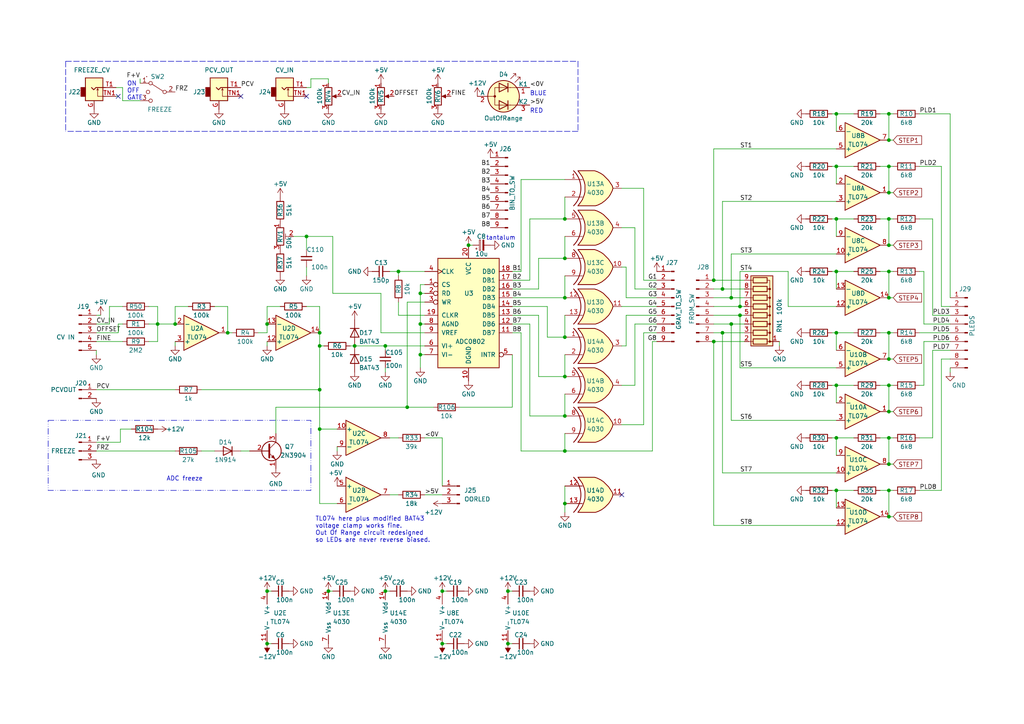
<source format=kicad_sch>
(kicad_sch (version 20230121) (generator eeschema)
  (paper "A4")
  (title_block (title "ADCequencer ADC circuit") (comment 3 "Switch & gate input to freeze ADC") (comment 4 "Uses internal clock of ADC0802 rather than external 40106 oscillator"))
  (junction (at 115.57 78.74))
  (junction (at 207.01 99.06))
  (junction (at 257.81 33.02))
  (junction (at 209.55 83.82))
  (junction (at 77.47 93.98))
  (junction (at 111.76 100.33))
  (junction (at 207.01 81.28))
  (junction (at 163.83 97.79))
  (junction (at 77.47 171.45))
  (junction (at 92.71 96.52))
  (junction (at 257.81 127))
  (junction (at 242.57 48.26))
  (junction (at 92.71 100.33))
  (junction (at 257.81 86.36))
  (junction (at 242.57 63.5))
  (junction (at 257.81 96.52))
  (junction (at 77.47 186.69))
  (junction (at 242.57 142.24))
  (junction (at 212.09 86.36))
  (junction (at 257.81 104.14))
  (junction (at 121.92 85.09))
  (junction (at 214.63 88.9))
  (junction (at 257.81 134.62))
  (junction (at 242.57 33.02))
  (junction (at 257.81 48.26))
  (junction (at 163.83 86.36))
  (junction (at 163.83 74.93))
  (junction (at 214.63 91.44))
  (junction (at 118.11 118.11))
  (junction (at 95.25 171.45))
  (junction (at 66.04 96.52))
  (junction (at 257.81 149.86))
  (junction (at 50.8 93.98))
  (junction (at 102.87 100.33))
  (junction (at 212.09 93.98))
  (junction (at 163.83 120.65))
  (junction (at 257.81 40.64))
  (junction (at 257.81 55.88))
  (junction (at 257.81 63.5))
  (junction (at 92.71 124.46))
  (junction (at 135.89 71.12))
  (junction (at 88.9 68.58))
  (junction (at 242.57 127))
  (junction (at 242.57 78.74))
  (junction (at 92.71 113.03))
  (junction (at 163.83 63.5))
  (junction (at 257.81 78.74))
  (junction (at 257.81 71.12))
  (junction (at 257.81 119.38))
  (junction (at 147.32 186.69))
  (junction (at 128.27 171.45))
  (junction (at 257.81 142.24))
  (junction (at 111.76 171.45))
  (junction (at 257.81 111.76))
  (junction (at 121.92 102.87))
  (junction (at 163.83 109.22))
  (junction (at 163.83 130.81))
  (junction (at 242.57 96.52))
  (junction (at 128.27 186.69))
  (junction (at 121.92 93.98))
  (junction (at 209.55 96.52))
  (junction (at 242.57 111.76))
  (junction (at 45.72 93.98))
  (junction (at 147.32 171.45))
  (junction (at 163.83 146.05))
  (no_connect (at 69.85 27.94))
  (no_connect (at 88.9 27.94))
  (no_connect (at 180.34 143.51))
  (no_connect (at 34.29 27.94))
  (wire (pts (xy 275.59 88.9) (xy 273.05 88.9)))
  (wire (pts (xy 273.05 142.24) (xy 266.7 142.24)))
  (wire (pts (xy 212.09 86.36) (xy 207.01 86.36)))
  (wire (pts (xy 27.94 101.6) (xy 27.94 102.87)))
  (wire (pts (xy 43.18 88.9) (xy 45.72 88.9)))
  (wire (pts (xy 184.15 83.82) (xy 190.5 83.82)))
  (wire (pts (xy 80.01 125.73) (xy 80.01 118.11)))
  (wire (pts (xy 58.42 113.03) (xy 92.71 113.03)))
  (polyline (pts (xy 19.05 17.78) (xy 19.05 38.1)) (stroke (width 0) (type dash)))
  (wire (pts (xy 92.71 88.9) (xy 92.71 96.52)))
  (wire (pts (xy 257.81 78.74) (xy 259.08 78.74)))
  (wire (pts (xy 111.76 100.33) (xy 123.19 100.33)))
  (wire (pts (xy 214.63 106.68) (xy 242.57 106.68)))
  (wire (pts (xy 247.65 127) (xy 242.57 127)))
  (wire (pts (xy 33.655 25.4) (xy 35.56 25.4)))
  (wire (pts (xy 50.8 99.06) (xy 50.8 100.33)))
  (wire (pts (xy 156.21 91.44) (xy 156.21 109.22)))
  (wire (pts (xy 266.7 48.26) (xy 273.05 48.26)))
  (wire (pts (xy 158.75 97.79) (xy 163.83 97.79)))
  (wire (pts (xy 148.59 102.87) (xy 148.59 118.11)))
  (wire (pts (xy 101.6 100.33) (xy 102.87 100.33)))
  (wire (pts (xy 242.57 63.5) (xy 242.57 68.58)))
  (wire (pts (xy 255.27 48.26) (xy 257.81 48.26)))
  (wire (pts (xy 148.59 86.36) (xy 163.83 86.36)))
  (wire (pts (xy 151.13 78.74) (xy 151.13 52.07)))
  (wire (pts (xy 123.19 91.44) (xy 115.57 91.44)))
  (wire (pts (xy 267.97 99.06) (xy 267.97 111.76)))
  (wire (pts (xy 241.3 127) (xy 242.57 127)))
  (wire (pts (xy 163.83 91.44) (xy 163.83 97.79)))
  (wire (pts (xy 242.57 33.02) (xy 242.57 38.1)))
  (wire (pts (xy 275.59 91.44) (xy 270.51 91.44)))
  (wire (pts (xy 215.9 88.9) (xy 214.63 88.9)))
  (wire (pts (xy 148.59 88.9) (xy 158.75 88.9)))
  (wire (pts (xy 214.63 91.44) (xy 207.01 91.44)))
  (wire (pts (xy 257.81 63.5) (xy 259.08 63.5)))
  (wire (pts (xy 215.9 86.36) (xy 212.09 86.36)))
  (wire (pts (xy 247.65 96.52) (xy 242.57 96.52)))
  (wire (pts (xy 186.69 81.28) (xy 190.5 81.28)))
  (wire (pts (xy 247.65 111.76) (xy 242.57 111.76)))
  (wire (pts (xy 257.81 134.62) (xy 259.08 134.62)))
  (wire (pts (xy 181.61 100.33) (xy 181.61 91.44)))
  (wire (pts (xy 257.81 55.88) (xy 259.08 55.88)))
  (wire (pts (xy 111.76 100.33) (xy 111.76 101.6)))
  (wire (pts (xy 34.29 27.94) (xy 33.655 27.94)))
  (wire (pts (xy 43.18 93.98) (xy 45.72 93.98)))
  (wire (pts (xy 148.59 91.44) (xy 156.21 91.44)))
  (wire (pts (xy 270.51 101.6) (xy 270.51 127)))
  (wire (pts (xy 27.94 128.27) (xy 34.925 128.27)))
  (wire (pts (xy 153.67 81.28) (xy 153.67 63.5)))
  (wire (pts (xy 121.92 82.55) (xy 121.92 85.09)))
  (wire (pts (xy 207.01 99.06) (xy 207.01 152.4)))
  (wire (pts (xy 92.71 100.33) (xy 93.98 100.33)))
  (wire (pts (xy 247.65 142.24) (xy 242.57 142.24)))
  (wire (pts (xy 27.94 96.52) (xy 34.29 96.52)))
  (wire (pts (xy 184.15 66.04) (xy 184.15 83.82)))
  (wire (pts (xy 151.13 130.81) (xy 163.83 130.81)))
  (wire (pts (xy 88.9 68.58) (xy 88.9 72.39)))
  (wire (pts (xy 110.49 96.52) (xy 123.19 96.52)))
  (wire (pts (xy 209.55 96.52) (xy 207.01 96.52)))
  (wire (pts (xy 270.51 91.44) (xy 270.51 63.5)))
  (wire (pts (xy 242.57 127) (xy 242.57 132.08)))
  (wire (pts (xy 228.6 78.74) (xy 228.6 88.9)))
  (wire (pts (xy 257.81 96.52) (xy 257.81 104.14)))
  (wire (pts (xy 181.61 77.47) (xy 181.61 86.36)))
  (wire (pts (xy 92.71 124.46) (xy 92.71 146.05)))
  (wire (pts (xy 257.81 127) (xy 259.08 127)))
  (wire (pts (xy 242.57 111.76) (xy 242.57 116.84)))
  (wire (pts (xy 128.27 186.69) (xy 129.54 186.69)))
  (wire (pts (xy 121.92 102.87) (xy 121.92 106.68)))
  (wire (pts (xy 214.63 88.9) (xy 207.01 88.9)))
  (wire (pts (xy 257.81 149.86) (xy 259.08 149.86)))
  (wire (pts (xy 186.69 96.52) (xy 190.5 96.52)))
  (wire (pts (xy 34.925 124.46) (xy 34.925 128.27)))
  (wire (pts (xy 92.71 124.46) (xy 97.79 124.46)))
  (wire (pts (xy 212.09 121.92) (xy 242.57 121.92)))
  (wire (pts (xy 88.9 77.47) (xy 88.9 80.01)))
  (wire (pts (xy 38.1 124.46) (xy 34.925 124.46)))
  (wire (pts (xy 247.65 48.26) (xy 242.57 48.26)))
  (wire (pts (xy 212.09 86.36) (xy 212.09 73.66)))
  (wire (pts (xy 45.72 93.98) (xy 45.72 99.06)))
  (wire (pts (xy 69.85 130.81) (xy 72.39 130.81)))
  (wire (pts (xy 96.52 68.58) (xy 96.52 85.09)))
  (wire (pts (xy 267.97 93.98) (xy 267.97 78.74)))
  (wire (pts (xy 148.59 83.82) (xy 156.21 83.82)))
  (wire (pts (xy 242.57 48.26) (xy 242.57 53.34)))
  (wire (pts (xy 275.59 33.02) (xy 266.7 33.02)))
  (wire (pts (xy 92.71 113.03) (xy 92.71 124.46)))
  (wire (pts (xy 153.67 63.5) (xy 163.83 63.5)))
  (wire (pts (xy 80.01 118.11) (xy 118.11 118.11)))
  (wire (pts (xy 153.67 120.65) (xy 163.83 120.65)))
  (wire (pts (xy 180.34 111.76) (xy 184.15 111.76)))
  (wire (pts (xy 121.92 93.98) (xy 121.92 102.87)))
  (wire (pts (xy 180.34 100.33) (xy 181.61 100.33)))
  (wire (pts (xy 163.83 57.15) (xy 163.83 63.5)))
  (wire (pts (xy 40.64 22.86) (xy 40.64 24.13)))
  (wire (pts (xy 215.9 91.44) (xy 214.63 91.44)))
  (wire (pts (xy 74.93 96.52) (xy 77.47 96.52)))
  (wire (pts (xy 241.3 63.5) (xy 242.57 63.5)))
  (wire (pts (xy 163.83 80.01) (xy 163.83 86.36)))
  (wire (pts (xy 123.19 82.55) (xy 121.92 82.55)))
  (wire (pts (xy 92.71 100.33) (xy 92.71 113.03)))
  (wire (pts (xy 113.03 127) (xy 115.57 127)))
  (wire (pts (xy 215.9 93.98) (xy 212.09 93.98)))
  (wire (pts (xy 241.3 78.74) (xy 242.57 78.74)))
  (polyline (pts (xy 167.64 17.78) (xy 167.64 38.1)) (stroke (width 0) (type dash)))
  (wire (pts (xy 113.03 78.74) (xy 115.57 78.74)))
  (wire (pts (xy 128.27 127) (xy 128.27 140.97)))
  (wire (pts (xy 257.81 33.02) (xy 257.81 40.64)))
  (wire (pts (xy 255.27 78.74) (xy 257.81 78.74)))
  (wire (pts (xy 121.92 85.09) (xy 121.92 93.98)))
  (wire (pts (xy 62.23 88.9) (xy 66.04 88.9)))
  (wire (pts (xy 257.81 48.26) (xy 257.81 55.88)))
  (wire (pts (xy 95.25 22.86) (xy 95.25 24.13)))
  (wire (pts (xy 273.05 88.9) (xy 273.05 48.26)))
  (wire (pts (xy 275.59 101.6) (xy 270.51 101.6)))
  (wire (pts (xy 118.11 87.63) (xy 118.11 118.11)))
  (wire (pts (xy 186.69 54.61) (xy 186.69 81.28)))
  (wire (pts (xy 209.55 58.42) (xy 242.57 58.42)))
  (wire (pts (xy 255.27 33.02) (xy 257.81 33.02)))
  (wire (pts (xy 214.63 88.9) (xy 214.63 78.74)))
  (wire (pts (xy 257.81 96.52) (xy 259.08 96.52)))
  (wire (pts (xy 209.55 83.82) (xy 209.55 58.42)))
  (wire (pts (xy 257.81 142.24) (xy 259.08 142.24)))
  (wire (pts (xy 27.94 93.98) (xy 31.75 93.98)))
  (wire (pts (xy 212.09 93.98) (xy 207.01 93.98)))
  (wire (pts (xy 257.81 40.64) (xy 259.08 40.64)))
  (wire (pts (xy 275.59 107.95) (xy 275.59 106.68)))
  (wire (pts (xy 257.81 33.02) (xy 259.08 33.02)))
  (wire (pts (xy 247.65 78.74) (xy 242.57 78.74)))
  (wire (pts (xy 257.81 71.12) (xy 259.08 71.12)))
  (wire (pts (xy 163.83 146.05) (xy 163.83 148.59)))
  (wire (pts (xy 184.15 111.76) (xy 184.15 93.98)))
  (wire (pts (xy 113.03 143.51) (xy 115.57 143.51)))
  (wire (pts (xy 27.94 130.81) (xy 50.8 130.81)))
  (wire (pts (xy 241.3 48.26) (xy 242.57 48.26)))
  (wire (pts (xy 35.56 25.4) (xy 35.56 29.21)))
  (wire (pts (xy 27.94 99.06) (xy 35.56 99.06)))
  (wire (pts (xy 31.75 93.98) (xy 31.75 88.9)))
  (wire (pts (xy 125.73 118.11) (xy 118.11 118.11)))
  (wire (pts (xy 29.21 91.44) (xy 27.94 91.44)))
  (wire (pts (xy 50.8 88.9) (xy 50.8 93.98)))
  (wire (pts (xy 209.55 137.16) (xy 242.57 137.16)))
  (wire (pts (xy 255.27 111.76) (xy 257.81 111.76)))
  (wire (pts (xy 255.27 142.24) (xy 257.81 142.24)))
  (wire (pts (xy 257.81 48.26) (xy 259.08 48.26)))
  (wire (pts (xy 255.27 96.52) (xy 257.81 96.52)))
  (wire (pts (xy 209.55 96.52) (xy 209.55 137.16)))
  (wire (pts (xy 77.47 99.06) (xy 77.47 100.33)))
  (wire (pts (xy 123.19 127) (xy 128.27 127)))
  (wire (pts (xy 148.59 81.28) (xy 153.67 81.28)))
  (wire (pts (xy 184.15 93.98) (xy 190.5 93.98)))
  (wire (pts (xy 151.13 96.52) (xy 151.13 130.81)))
  (wire (pts (xy 241.3 142.24) (xy 242.57 142.24)))
  (wire (pts (xy 257.81 119.38) (xy 259.08 119.38)))
  (wire (pts (xy 156.21 109.22) (xy 163.83 109.22)))
  (wire (pts (xy 228.6 88.9) (xy 242.57 88.9)))
  (wire (pts (xy 247.65 33.02) (xy 242.57 33.02)))
  (wire (pts (xy 180.34 123.19) (xy 186.69 123.19)))
  (wire (pts (xy 163.83 130.81) (xy 163.83 125.73)))
  (wire (pts (xy 88.9 68.58) (xy 96.52 68.58)))
  (wire (pts (xy 241.3 96.52) (xy 242.57 96.52)))
  (wire (pts (xy 181.61 91.44) (xy 190.5 91.44)))
  (wire (pts (xy 242.57 142.24) (xy 242.57 147.32)))
  (wire (pts (xy 45.72 99.06) (xy 43.18 99.06)))
  (wire (pts (xy 90.17 25.4) (xy 90.17 22.86)))
  (wire (pts (xy 207.01 43.18) (xy 242.57 43.18)))
  (wire (pts (xy 215.9 81.28) (xy 207.01 81.28)))
  (wire (pts (xy 111.76 107.95) (xy 111.76 106.68)))
  (polyline (pts (xy 167.64 38.1) (xy 19.05 38.1)) (stroke (width 0) (type dash)))
  (wire (pts (xy 180.34 54.61) (xy 186.69 54.61)))
  (wire (pts (xy 181.61 86.36) (xy 190.5 86.36)))
  (wire (pts (xy 212.09 73.66) (xy 242.57 73.66)))
  (wire (pts (xy 267.97 78.74) (xy 266.7 78.74)))
  (wire (pts (xy 66.04 96.52) (xy 67.31 96.52)))
  (wire (pts (xy 102.87 100.33) (xy 111.76 100.33)))
  (wire (pts (xy 163.83 114.3) (xy 163.83 120.65)))
  (wire (pts (xy 241.3 33.02) (xy 242.57 33.02)))
  (wire (pts (xy 156.21 74.93) (xy 163.83 74.93)))
  (wire (pts (xy 123.19 102.87) (xy 121.92 102.87)))
  (wire (pts (xy 92.71 146.05) (xy 97.79 146.05)))
  (wire (pts (xy 66.04 88.9) (xy 66.04 96.52)))
  (wire (pts (xy 189.23 130.81) (xy 189.23 99.06)))
  (wire (pts (xy 180.34 88.9) (xy 190.5 88.9)))
  (wire (pts (xy 115.57 80.01) (xy 115.57 78.74)))
  (wire (pts (xy 35.56 29.21) (xy 40.64 29.21)))
  (wire (pts (xy 118.11 87.63) (xy 123.19 87.63)))
  (wire (pts (xy 242.57 78.74) (xy 242.57 83.82)))
  (wire (pts (xy 151.13 52.07) (xy 163.83 52.07)))
  (wire (pts (xy 77.47 171.45) (xy 78.74 171.45)))
  (wire (pts (xy 115.57 91.44) (xy 115.57 87.63)))
  (wire (pts (xy 110.49 85.09) (xy 110.49 96.52)))
  (wire (pts (xy 275.59 104.14) (xy 273.05 104.14)))
  (wire (pts (xy 153.67 93.98) (xy 153.67 120.65)))
  (wire (pts (xy 257.81 63.5) (xy 257.81 71.12)))
  (wire (pts (xy 77.47 88.9) (xy 77.47 93.98)))
  (wire (pts (xy 257.81 86.36) (xy 259.08 86.36)))
  (wire (pts (xy 241.3 111.76) (xy 242.57 111.76)))
  (wire (pts (xy 54.61 88.9) (xy 50.8 88.9)))
  (wire (pts (xy 31.75 88.9) (xy 35.56 88.9)))
  (wire (pts (xy 189.23 99.06) (xy 190.5 99.06)))
  (wire (pts (xy 45.72 88.9) (xy 45.72 93.98)))
  (wire (pts (xy 275.59 93.98) (xy 267.97 93.98)))
  (wire (pts (xy 147.32 186.69) (xy 148.59 186.69)))
  (wire (pts (xy 215.9 96.52) (xy 209.55 96.52)))
  (wire (pts (xy 163.83 68.58) (xy 163.83 74.93)))
  (wire (pts (xy 186.69 123.19) (xy 186.69 96.52)))
  (wire (pts (xy 226.06 99.06) (xy 226.06 100.33)))
  (wire (pts (xy 81.28 88.9) (xy 77.47 88.9)))
  (wire (pts (xy 214.63 78.74) (xy 228.6 78.74)))
  (wire (pts (xy 207.01 152.4) (xy 242.57 152.4)))
  (wire (pts (xy 163.83 102.87) (xy 163.83 109.22)))
  (wire (pts (xy 257.81 127) (xy 257.81 134.62)))
  (wire (pts (xy 123.19 93.98) (xy 121.92 93.98)))
  (wire (pts (xy 115.57 78.74) (xy 123.19 78.74)))
  (wire (pts (xy 215.9 99.06) (xy 207.01 99.06)))
  (wire (pts (xy 34.29 93.98) (xy 35.56 93.98)))
  (wire (pts (xy 257.81 111.76) (xy 259.08 111.76)))
  (wire (pts (xy 135.89 71.12) (xy 137.16 71.12)))
  (wire (pts (xy 163.83 130.81) (xy 189.23 130.81)))
  (wire (pts (xy 255.27 63.5) (xy 257.81 63.5)))
  (wire (pts (xy 88.9 88.9) (xy 92.71 88.9)))
  (wire (pts (xy 95.25 171.45) (xy 96.52 171.45)))
  (wire (pts (xy 111.76 171.45) (xy 113.03 171.45)))
  (wire (pts (xy 270.51 127) (xy 266.7 127)))
  (wire (pts (xy 257.81 142.24) (xy 257.81 149.86)))
  (wire (pts (xy 158.75 88.9) (xy 158.75 97.79)))
  (wire (pts (xy 267.97 111.76) (xy 266.7 111.76)))
  (wire (pts (xy 214.63 91.44) (xy 214.63 106.68)))
  (wire (pts (xy 151.13 78.74) (xy 148.59 78.74)))
  (wire (pts (xy 148.59 118.11) (xy 133.35 118.11)))
  (wire (pts (xy 123.19 85.09) (xy 121.92 85.09)))
  (wire (pts (xy 27.94 113.03) (xy 50.8 113.03)))
  (wire (pts (xy 96.52 85.09) (xy 110.49 85.09)))
  (wire (pts (xy 247.65 63.5) (xy 242.57 63.5)))
  (wire (pts (xy 273.05 104.14) (xy 273.05 142.24)))
  (polyline (pts (xy 19.05 17.78) (xy 167.64 17.78)) (stroke (width 0) (type dash)))
  (wire (pts (xy 90.17 22.86) (xy 95.25 22.86)))
  (wire (pts (xy 92.71 100.33) (xy 92.71 96.52)))
  (wire (pts (xy 257.81 104.14) (xy 259.08 104.14)))
  (wire (pts (xy 209.55 83.82) (xy 207.01 83.82)))
  (wire (pts (xy 45.72 93.98) (xy 50.8 93.98)))
  (wire (pts (xy 148.59 93.98) (xy 153.67 93.98)))
  (wire (pts (xy 257.81 78.74) (xy 257.81 86.36)))
  (wire (pts (xy 275.59 99.06) (xy 267.97 99.06)))
  (wire (pts (xy 257.81 111.76) (xy 257.81 119.38)))
  (wire (pts (xy 123.19 143.51) (xy 128.27 143.51)))
  (wire (pts (xy 58.42 130.81) (xy 62.23 130.81)))
  (wire (pts (xy 163.83 140.97) (xy 163.83 146.05)))
  (wire (pts (xy 255.27 127) (xy 257.81 127)))
  (wire (pts (xy 148.59 96.52) (xy 151.13 96.52)))
  (wire (pts (xy 85.09 68.58) (xy 88.9 68.58)))
  (wire (pts (xy 207.01 81.28) (xy 207.01 43.18)))
  (wire (pts (xy 180.34 66.04) (xy 184.15 66.04)))
  (wire (pts (xy 266.7 96.52) (xy 275.59 96.52)))
  (wire (pts (xy 270.51 63.5) (xy 266.7 63.5)))
  (wire (pts (xy 180.34 77.47) (xy 181.61 77.47)))
  (wire (pts (xy 242.57 96.52) (xy 242.57 101.6)))
  (wire (pts (xy 147.32 171.45) (xy 148.59 171.45)))
  (wire (pts (xy 34.29 96.52) (xy 34.29 93.98)))
  (wire (pts (xy 275.59 86.36) (xy 275.59 33.02)))
  (wire (pts (xy 77.47 96.52) (xy 77.47 93.98)))
  (wire (pts (xy 212.09 93.98) (xy 212.09 121.92)))
  (wire (pts (xy 215.9 83.82) (xy 209.55 83.82)))
  (wire (pts (xy 97.79 130.81) (xy 97.79 129.54)))
  (wire (pts (xy 128.27 171.45) (xy 129.54 171.45)))
  (wire (pts (xy 156.21 83.82) (xy 156.21 74.93)))
  (wire (pts (xy 77.47 186.69) (xy 78.74 186.69)))
  (wire (pts (xy 88.9 25.4) (xy 90.17 25.4)))
  (rectangle (start 13.97 121.92) (end 90.17 142.24) (stroke (width 0) (type dash_dot_dot)))
  (text "RED" (at 153.67 33.02 0) (effects (font (size 1.27 1.27)) (justify left bottom)))
  (text "ADC freeze" (at 48.26 139.7 0) (effects (font (size 1.27 1.27)) (justify left bottom)))
  (text "TL074 here plus modified BAT43\nvoltage clamp works fine.\nOut Of Range circuit redesigned\nso LEDs are never reverse biased." (at 91.44 157.48 0) (effects (font (size 1.27 1.27)) (justify left bottom)))
  (text "ON\nOFF\nGATE" (at 36.83 29.21 0) (effects (font (size 1.27 1.27)) (justify left bottom)))
  (text "tantalum" (at 140.97 69.85 0) (effects (font (size 1.27 1.27)) (justify left bottom)))
  (text "BLUE" (at 153.67 27.94 0) (effects (font (size 1.27 1.27)) (justify left bottom)))
  (label "B8" (at 148.59 96.52 0))
  (label "PLD1" (at 266.7 33.02 0))
  (label "CV_IN" (at 99.06 27.94 0))
  (label "PCV" (at 27.94 113.03 0))
  (label "B2" (at 142.24 50.8 180))
  (label "<0V" (at 123.19 127 0))
  (label "B7" (at 148.59 93.98 0))
  (label "B1" (at 148.59 78.74 0))
  (label "PLD2" (at 266.7 48.26 0))
  (label ">5V" (at 153.67 30.48 0))
  (label "B4" (at 148.59 86.36 0))
  (label "ST6" (at 214.63 121.92 0))
  (label "B8" (at 142.24 66.04 180))
  (label "B4" (at 142.24 55.88 180))
  (label "PCV" (at 69.85 25.4 0))
  (label "FRZ" (at 27.94 130.81 0))
  (label "B6" (at 142.24 60.96 180))
  (label "FINE" (at 27.94 99.06 0))
  (label "ST8" (at 214.63 152.4 0))
  (label "PLD5" (at 270.51 96.52 0))
  (label "PLD3" (at 270.51 91.44 0))
  (label "PLD7" (at 270.51 101.6 0))
  (label "ST2" (at 214.63 58.42 0))
  (label "F+V" (at 40.64 22.86 180))
  (label "<0V" (at 153.67 25.4 0))
  (label "G5" (at 187.96 91.44 0))
  (label "G7" (at 187.96 96.52 0))
  (label "B6" (at 148.59 91.44 0))
  (label "F+V" (at 27.94 128.27 0))
  (label "PLD4" (at 270.51 93.98 0))
  (label "OFFSET" (at 114.3 27.94 0))
  (label "ST1" (at 214.63 43.18 0))
  (label "PLD8" (at 266.7 142.24 0))
  (label "B7" (at 142.24 63.5 180))
  (label "B5" (at 142.24 58.42 180))
  (label "FINE" (at 130.81 27.94 0))
  (label "B1" (at 142.24 48.26 180))
  (label "G2" (at 187.96 83.82 0))
  (label "FRZ" (at 50.8 26.67 0))
  (label "ST4" (at 214.63 78.74 0))
  (label "CV_IN" (at 27.94 93.98 0))
  (label "ST7" (at 214.63 137.16 0))
  (label "G8" (at 190.5 99.06 180))
  (label "B3" (at 148.59 83.82 0))
  (label "G6" (at 187.96 93.98 0))
  (label "G3" (at 187.96 86.36 0))
  (label "G4" (at 187.96 88.9 0))
  (label ">5V" (at 123.19 143.51 0))
  (label "B3" (at 142.24 53.34 180))
  (label "B5" (at 148.59 88.9 0))
  (label "ST5" (at 214.63 106.68 0))
  (label "ST3" (at 214.63 73.66 0))
  (label "B2" (at 148.59 81.28 0))
  (label "G1" (at 187.96 81.28 0))
  (label "OFFSET" (at 27.94 96.52 0))
  (label "PLD6" (at 270.51 99.06 0))
  (global_label "STEP6" (shape input) (at 259.08 119.38 0) (property "Intersheetrefs" "${INTERSHEET_REFS}" (effects hide)))
  (global_label "STEP8" (shape input) (at 259.08 149.86 0) (property "Intersheetrefs" "${INTERSHEET_REFS}" (effects hide)))
  (global_label "STEP3" (shape input) (at 259.08 71.12 0) (property "Intersheetrefs" "${INTERSHEET_REFS}" (effects hide)))
  (global_label "STEP2" (shape input) (at 259.08 55.88 0) (property "Intersheetrefs" "${INTERSHEET_REFS}" (effects hide)))
  (global_label "STEP4" (shape input) (at 259.08 86.36 0) (property "Intersheetrefs" "${INTERSHEET_REFS}" (effects hide)))
  (global_label "STEP1" (shape input) (at 259.08 40.64 0) (property "Intersheetrefs" "${INTERSHEET_REFS}" (effects hide)))
  (global_label "STEP5" (shape input) (at 259.08 104.14 0) (property "Intersheetrefs" "${INTERSHEET_REFS}" (effects hide)))
  (global_label "STEP7" (shape input) (at 259.08 134.62 0) (property "Intersheetrefs" "${INTERSHEET_REFS}" (effects hide)))
  (symbol (lib_id "Amplifier_Operational:TL074") (at 58.42 96.52 0) (mirror x) (unit 1)
    (property "Reference" "U2" (at 57.15 95.25 0))
    (property "Value" "TL074" (at 57.15 97.79 0))
    (property "Footprint" "Package_DIP:DIP-14_W7.62mm_Socket" (effects hide))
    (property "Datasheet" "http://www.ti.com/lit/ds/symlink/tl071.pdf" (effects hide))
  )
  (symbol (lib_id "Device:C_Small") (at 151.13 171.45 90) (unit 1)
    (property "Reference" "C23" (at 151.13 168.91 90))
    (property "Value" "100n" (at 152.4 173.99 90))
    (property "Footprint" "CGE_footprints:C_Disc_D4.3mm_W1.9mm_P5.00mm" (effects hide))
  )
  (symbol (lib_name "4030_4") (lib_id "4xxx_IEEE:4030") (at 172.72 100.33 0) (unit 1)
    (property "Reference" "U14" (at 172.72 99.06 0))
    (property "Value" "4030" (at 172.72 101.6 0))
    (property "Footprint" "Package_DIP:DIP-14_W7.62mm_Socket" (effects hide))
  )
  (symbol (lib_id "power:GND") (at 77.47 100.33 0) (unit 1)
    (property "Reference" "#PWR025" (effects hide))
    (property "Value" "GND" (at 77.47 104.14 0))
  )
  (symbol (lib_id "power:GND") (at 63.5 31.75 0) (unit 1)
    (property "Reference" "#PWR0128" (effects hide))
    (property "Value" "GND" (at 63.5 35.56 0))
  )
  (symbol (lib_id "Amplifier_Operational:TL074") (at 250.19 149.86 0) (mirror x) (unit 4)
    (property "Reference" "U10" (at 248.92 148.59 0))
    (property "Value" "TL074" (at 248.92 151.13 0))
    (property "Footprint" "Package_DIP:DIP-14_W7.62mm_Socket" (effects hide))
    (property "Datasheet" "http://www.ti.com/lit/ds/symlink/tl071.pdf" (effects hide))
  )
  (symbol (lib_id "Amplifier_Operational:TL074") (at 250.19 40.64 0) (mirror x) (unit 2)
    (property "Reference" "U8" (at 248.92 39.37 0))
    (property "Value" "TL074" (at 248.92 41.91 0))
    (property "Footprint" "Package_DIP:DIP-14_W7.62mm_Socket" (effects hide))
    (property "Datasheet" "http://www.ti.com/lit/ds/symlink/tl071.pdf" (effects hide))
  )
  (symbol (lib_id "power:GND") (at 233.68 33.02 270) (unit 1)
    (property "Reference" "#PWR014" (effects hide))
    (property "Value" "GND" (at 231.14 35.56 90))
  )
  (symbol (lib_id "Device:R") (at 119.38 127 90) (unit 1)
    (property "Reference" "R33" (at 119.38 127 90))
    (property "Value" "39k" (at 119.38 129.54 90))
    (property "Footprint" "CGE_footprints:R_Axial_DIN0204_L3.6mm_D1.6mm_P7.62mm_Horizontal" (effects hide))
  )
  (symbol (lib_id "Connector:Conn_01x02_Pin") (at 22.86 113.03 0) (unit 1)
    (property "Reference" "J20" (at 23.495 111.125 0))
    (property "Value" "PCVOUT" (at 18.415 113.03 0))
    (property "Footprint" "Connector_PinHeader_2.54mm:PinHeader_1x02_P2.54mm_Vertical" (effects hide))
  )
  (symbol (lib_id "Device:C_Small") (at 81.28 171.45 90) (unit 1)
    (property "Reference" "C5" (at 81.28 168.91 90))
    (property "Value" "100n" (at 82.55 173.99 90))
    (property "Footprint" "CGE_footprints:C_Disc_D4.3mm_W1.9mm_P5.00mm" (effects hide))
  )
  (symbol (lib_id "Amplifier_Operational:TL074") (at 105.41 127 0) (unit 3)
    (property "Reference" "U2" (at 104.14 125.73 0))
    (property "Value" "TL074" (at 104.14 128.27 0))
    (property "Footprint" "Package_DIP:DIP-14_W7.62mm_Socket" (effects hide))
    (property "Datasheet" "http://www.ti.com/lit/ds/symlink/tl071.pdf" (effects hide))
  )
  (symbol (lib_id "Device:R") (at 262.89 63.5 90) (unit 1)
    (property "Reference" "R12" (at 262.89 63.5 90))
    (property "Value" "6k8" (at 262.89 66.04 90))
    (property "Footprint" "CGE_footprints:R_Axial_DIN0204_L3.6mm_D1.6mm_P7.62mm_Horizontal" (effects hide))
  )
  (symbol (lib_id "Amplifier_Operational:TL074") (at 130.81 179.07 0) (unit 5)
    (property "Reference" "U8" (at 133.35 177.8 0) (effects (justify right)))
    (property "Value" "TL074" (at 134.62 180.34 0) (effects (justify right)))
    (property "Footprint" "Package_DIP:DIP-14_W7.62mm_Socket" (effects hide))
    (property "Datasheet" "http://www.ti.com/lit/ds/symlink/tl071.pdf" (effects hide))
  )
  (symbol (lib_id "Amplifier_Operational:TL074") (at 80.01 179.07 0) (unit 5)
    (property "Reference" "U2" (at 81.28 177.8 0))
    (property "Value" "TL074" (at 81.28 180.34 0))
    (property "Footprint" "Package_DIP:DIP-14_W7.62mm_Socket" (effects hide))
    (property "Datasheet" "http://www.ti.com/lit/ds/symlink/tl071.pdf" (effects hide))
  )
  (symbol (lib_id "power:GND") (at 107.95 78.74 270) (unit 1)
    (property "Reference" "#PWR042" (effects hide))
    (property "Value" "GND" (at 102.87 78.74 90))
  )
  (symbol (lib_id "Device:R") (at 262.89 111.76 90) (unit 1)
    (property "Reference" "R15" (at 262.89 111.76 90))
    (property "Value" "6k8" (at 262.89 114.3 90))
    (property "Footprint" "CGE_footprints:R_Axial_DIN0204_L3.6mm_D1.6mm_P7.62mm_Horizontal" (effects hide))
  )
  (symbol (lib_name "4030_7") (lib_id "4xxx_IEEE:4030") (at 172.72 54.61 0) (unit 1)
    (property "Reference" "U13" (at 172.72 53.34 0))
    (property "Value" "4030" (at 172.72 55.88 0))
    (property "Footprint" "Package_DIP:DIP-14_W7.62mm_Socket" (effects hide))
  )
  (symbol (lib_id "Device:R") (at 262.89 48.26 90) (unit 1)
    (property "Reference" "R11" (at 262.89 48.26 90))
    (property "Value" "6k8" (at 262.89 50.8 90))
    (property "Footprint" "CGE_footprints:R_Axial_DIN0204_L3.6mm_D1.6mm_P7.62mm_Horizontal" (effects hide))
  )
  (symbol (lib_id "Device:R") (at 97.79 100.33 90) (unit 1)
    (property "Reference" "R6" (at 97.79 100.33 90))
    (property "Value" "10k" (at 97.79 102.87 90))
    (property "Footprint" "CGE_footprints:R_Axial_DIN0204_L3.6mm_D1.6mm_P7.62mm_Horizontal" (effects hide))
  )
  (symbol (lib_id "power:GND") (at 118.11 171.45 90) (unit 1)
    (property "Reference" "#PWR081" (effects hide))
    (property "Value" "GND" (at 123.19 171.45 90))
  )
  (symbol (lib_id "Device:R") (at 237.49 33.02 90) (unit 1)
    (property "Reference" "R18" (at 237.49 33.02 90))
    (property "Value" "10k" (at 237.49 35.56 90))
    (property "Footprint" "CGE_footprints:R_Axial_DIN0204_L3.6mm_D1.6mm_P7.62mm_Horizontal" (effects hide))
  )
  (symbol (lib_id "power:+12V") (at 45.72 124.46 270) (unit 1)
    (property "Reference" "#PWR0124" (effects hide))
    (property "Value" "+12V" (at 50.8 124.46 90))
  )
  (symbol (lib_id "Connector:Conn_01x05_Pin") (at 22.86 96.52 0) (unit 1)
    (property "Reference" "J19" (at 24.13 88.9 0))
    (property "Value" "CV IN" (at 19.05 97.79 0))
    (property "Footprint" "Connector_PinHeader_2.54mm:PinHeader_1x05_P2.54mm_Vertical" (effects hide))
  )
  (symbol (lib_id "Amplifier_Operational:TL074") (at 250.19 134.62 0) (mirror x) (unit 3)
    (property "Reference" "U10" (at 248.92 133.35 0))
    (property "Value" "TL074" (at 248.92 135.89 0))
    (property "Footprint" "Package_DIP:DIP-14_W7.62mm_Socket" (effects hide))
    (property "Datasheet" "http://www.ti.com/lit/ds/symlink/tl071.pdf" (effects hide))
  )
  (symbol (lib_id "Device:C_Small") (at 115.57 171.45 90) (unit 1)
    (property "Reference" "C26" (at 115.57 168.91 90))
    (property "Value" "100n" (at 118.11 173.99 90))
    (property "Footprint" "CGE_footprints:C_Disc_D4.3mm_W1.9mm_P5.00mm" (effects hide))
  )
  (symbol (lib_id "power:GND") (at 233.68 127 270) (unit 1)
    (property "Reference" "#PWR040" (effects hide))
    (property "Value" "GND" (at 231.14 129.54 90))
  )
  (symbol (lib_id "Amplifier_Operational:TL074") (at 85.09 96.52 0) (mirror x) (unit 4)
    (property "Reference" "U2" (at 83.82 95.25 0))
    (property "Value" "TL074" (at 83.82 97.79 0))
    (property "Footprint" "Package_DIP:DIP-14_W7.62mm_Socket" (effects hide))
    (property "Datasheet" "http://www.ti.com/lit/ds/symlink/tl071.pdf" (effects hide))
  )
  (symbol (lib_id "power:GND") (at 153.67 186.69 90) (unit 1)
    (property "Reference" "#PWR077" (effects hide))
    (property "Value" "GND" (at 158.75 186.69 90))
  )
  (symbol (lib_id "Device:R") (at 251.46 127 90) (unit 1)
    (property "Reference" "R31" (at 251.46 127 90))
    (property "Value" "20k" (at 251.46 129.54 90))
    (property "Footprint" "CGE_footprints:R_Axial_DIN0204_L3.6mm_D1.6mm_P7.62mm_Horizontal" (effects hide))
  )
  (symbol (lib_id "power:+12V") (at 138.43 27.94 0) (unit 1)
    (property "Reference" "#PWR079" (effects hide))
    (property "Value" "+12V" (at 138.43 24.13 0))
  )
  (symbol (lib_name "4030_2") (lib_id "4xxx_IEEE:4030") (at 172.72 77.47 0) (unit 3)
    (property "Reference" "U13" (at 172.72 76.2 0))
    (property "Value" "4030" (at 172.72 78.74 0))
    (property "Footprint" "Package_DIP:DIP-14_W7.62mm_Socket" (effects hide))
  )
  (symbol (lib_id "Device:R_Potentiometer") (at 110.49 27.94 0) (unit 1)
    (property "Reference" "RV5" (at 110.49 27.94 90))
    (property "Value" "100k" (at 107.95 25.4 90) (effects (justify right)))
  )
  (symbol (lib_id "power:+5V") (at 127 24.13 0) (unit 1)
    (property "Reference" "#PWR0132" (effects hide))
    (property "Value" "+5V" (at 127 20.32 0))
  )
  (symbol (lib_id "Device:R") (at 251.46 142.24 90) (unit 1)
    (property "Reference" "R35" (at 251.46 142.24 90))
    (property "Value" "20k" (at 251.46 144.78 90))
    (property "Footprint" "CGE_footprints:R_Axial_DIN0204_L3.6mm_D1.6mm_P7.62mm_Horizontal" (effects hide))
  )
  (symbol (lib_id "Amplifier_Operational:TL074") (at 105.41 143.51 0) (unit 2)
    (property "Reference" "U2" (at 104.14 142.24 0))
    (property "Value" "TL074" (at 104.14 144.78 0))
    (property "Footprint" "Package_DIP:DIP-14_W7.62mm_Socket" (effects hide))
    (property "Datasheet" "http://www.ti.com/lit/ds/symlink/tl071.pdf" (effects hide))
  )
  (symbol (lib_id "Device:LED_Dual_KAK") (at 146.05 27.94 0) (unit 1)
    (property "Reference" "D4" (at 146.05 21.59 0))
    (property "Value" "OutOfRange" (at 146.05 34.29 0))
  )
  (symbol (lib_id "power:GND") (at 83.82 186.69 90) (unit 1)
    (property "Reference" "#PWR082" (effects hide))
    (property "Value" "GND" (at 88.9 186.69 90))
  )
  (symbol (lib_id "power:GND") (at 142.24 71.12 90) (unit 1)
    (property "Reference" "#PWR032" (effects hide))
    (property "Value" "GND" (at 147.32 71.12 90))
  )
  (symbol (lib_id "power:GND") (at 102.87 107.95 0) (unit 1)
    (property "Reference" "#PWR043" (effects hide))
    (property "Value" "GND" (at 102.87 111.76 0))
  )
  (symbol (lib_id "Device:R") (at 39.37 93.98 90) (unit 1)
    (property "Reference" "R1" (at 39.37 93.98 90))
    (property "Value" "100k" (at 39.37 96.52 90))
    (property "Footprint" "CGE_footprints:R_Axial_DIN0204_L3.6mm_D1.6mm_P7.62mm_Horizontal" (effects hide))
  )
  (symbol (lib_id "power:GND") (at 111.76 107.95 0) (unit 1)
    (property "Reference" "#PWR099" (effects hide))
    (property "Value" "GND" (at 111.76 111.76 0))
  )
  (symbol (lib_id "Device:R") (at 251.46 48.26 90) (unit 1)
    (property "Reference" "R21" (at 251.46 48.26 90))
    (property "Value" "20k" (at 251.46 50.8 90))
    (property "Footprint" "CGE_footprints:R_Axial_DIN0204_L3.6mm_D1.6mm_P7.62mm_Horizontal" (effects hide))
  )
  (symbol (lib_id "power:-12V") (at 147.32 186.69 0) (mirror x) (unit 1)
    (property "Reference" "#PWR051" (effects hide))
    (property "Value" "-12V" (at 147.32 190.5 0))
  )
  (symbol (lib_id "power:-12V") (at 128.27 186.69 0) (mirror x) (unit 1)
    (property "Reference" "#PWR0121" (effects hide))
    (property "Value" "-12V" (at 128.27 190.5 0))
  )
  (symbol (lib_id "Device:R") (at 85.09 88.9 90) (unit 1)
    (property "Reference" "R5" (at 85.09 88.9 90))
    (property "Value" "100k" (at 85.09 91.44 90))
    (property "Footprint" "CGE_footprints:R_Axial_DIN0204_L3.6mm_D1.6mm_P7.62mm_Horizontal" (effects hide))
  )
  (symbol (lib_id "4xxx_IEEE:4030") (at 95.25 179.07 0) (unit 5)
    (property "Reference" "U13" (at 99.06 177.8 0))
    (property "Value" "4030" (at 99.06 180.34 0))
    (property "Footprint" "Package_DIP:DIP-14_W7.62mm_Socket" (effects hide))
  )
  (symbol (lib_id "Device:C_Small") (at 88.9 74.93 180) (unit 1)
    (property "Reference" "C110" (at 91.44 72.39 0))
    (property "Value" "100n" (at 92.71 77.47 0))
    (property "Footprint" "CGE_footprints:C_Disc_D4.3mm_W1.9mm_P5.00mm" (effects hide))
  )
  (symbol (lib_id "Device:C_Small") (at 151.13 186.69 90) (unit 1)
    (property "Reference" "C24" (at 151.13 184.15 90))
    (property "Value" "100n" (at 152.4 189.23 90))
    (property "Footprint" "CGE_footprints:C_Disc_D4.3mm_W1.9mm_P5.00mm" (effects hide))
  )
  (symbol (lib_id "Device:R") (at 237.49 48.26 90) (unit 1)
    (property "Reference" "R20" (at 237.49 48.26 90))
    (property "Value" "10k" (at 237.49 50.8 90))
    (property "Footprint" "CGE_footprints:R_Axial_DIN0204_L3.6mm_D1.6mm_P7.62mm_Horizontal" (effects hide))
  )
  (symbol (lib_id "power:+5V") (at 190.5 78.74 0) (unit 1)
    (property "Reference" "#PWR028" (effects hide))
    (property "Value" "+5V" (at 190.5 74.93 0))
  )
  (symbol (lib_id "power:+5V") (at 81.28 57.15 0) (unit 1)
    (property "Reference" "#PWR027" (effects hide))
    (property "Value" "+5V" (at 81.28 53.34 0))
  )
  (symbol (lib_id "Amplifier_Operational:TL074") (at 250.19 71.12 0) (mirror x) (unit 3)
    (property "Reference" "U8" (at 248.92 69.85 0))
    (property "Value" "TL074" (at 248.92 72.39 0))
    (property "Footprint" "Package_DIP:DIP-14_W7.62mm_Socket" (effects hide))
    (property "Datasheet" "http://www.ti.com/lit/ds/symlink/tl071.pdf" (effects hide))
  )
  (symbol (lib_id "Device:R") (at 54.61 113.03 90) (unit 1)
    (property "Reference" "R7" (at 54.61 113.03 90))
    (property "Value" "1k" (at 54.61 115.57 90))
    (property "Footprint" "CGE_footprints:R_Axial_DIN0204_L3.6mm_D1.6mm_P7.62mm_Horizontal" (effects hide))
  )
  (symbol (lib_id "power:GND") (at 135.89 110.49 0) (unit 1)
    (property "Reference" "#PWR026" (effects hide))
    (property "Value" "GND" (at 135.89 114.3 0))
  )
  (symbol (lib_name "4030_6") (lib_id "4xxx_IEEE:4030") (at 172.72 66.04 0) (unit 2)
    (property "Reference" "U13" (at 172.72 64.77 0))
    (property "Value" "4030" (at 172.72 67.31 0))
    (property "Footprint" "Package_DIP:DIP-14_W7.62mm_Socket" (effects hide))
  )
  (symbol (lib_id "power:+12V") (at 128.27 146.05 90) (unit 1)
    (property "Reference" "#PWR049" (effects hide))
    (property "Value" "+12V" (at 125.73 148.59 90))
  )
  (symbol (lib_id "Device:R") (at 251.46 63.5 90) (unit 1)
    (property "Reference" "R23" (at 251.46 63.5 90))
    (property "Value" "20k" (at 251.46 66.04 90))
    (property "Footprint" "CGE_footprints:R_Axial_DIN0204_L3.6mm_D1.6mm_P7.62mm_Horizontal" (effects hide))
  )
  (symbol (lib_id "Connector:Conn_01x09_Pin") (at 195.58 88.9 0) (mirror y) (unit 1)
    (property "Reference" "J27" (at 193.04 76.2 0) (effects (justify right)))
    (property "Value" "GRAY_TO_SW" (at 196.85 83.82 90) (effects (justify right)))
    (property "Footprint" "Connector_PinHeader_2.54mm:PinHeader_1x09_P2.54mm_Vertical" (effects hide))
  )
  (symbol (lib_id "Device:R") (at 262.89 78.74 90) (unit 1)
    (property "Reference" "R13" (at 262.89 78.74 90))
    (property "Value" "6k8" (at 262.89 81.28 90))
    (property "Footprint" "CGE_footprints:R_Axial_DIN0204_L3.6mm_D1.6mm_P7.62mm_Horizontal" (effects hide))
  )
  (symbol (lib_id "Device:C_Small") (at 132.08 171.45 90) (unit 1)
    (property "Reference" "C19" (at 132.08 168.91 90))
    (property "Value" "100n" (at 133.35 173.99 90))
    (property "Footprint" "CGE_footprints:C_Disc_D4.3mm_W1.9mm_P5.00mm" (effects hide))
  )
  (symbol (lib_id "CGE_symbols:AudioJack_Ground_Switch") (at 83.82 25.4 0) (unit 1)
    (property "Reference" "J24" (at 76.835 26.67 0))
    (property "Value" "CV_IN" (at 82.55 20.32 0))
  )
  (symbol (lib_id "Connector:Conn_01x09_Pin") (at 280.67 96.52 0) (mirror y) (unit 1)
    (property "Reference" "J29" (at 278.13 83.82 0) (effects (justify right)))
    (property "Value" "PLEDS" (at 281.94 91.44 90) (effects (justify right)))
    (property "Footprint" "Connector_PinHeader_2.54mm:PinHeader_1x09_P2.54mm_Vertical" (effects hide))
  )
  (symbol (lib_id "Transistor_BJT:2N3904") (at 77.47 130.81 0) (unit 1)
    (property "Reference" "Q7" (at 82.55 129.54 0) (effects (justify left)))
    (property "Value" "2N3904" (at 81.28 132.08 0) (effects (justify left)))
    (property "Footprint" "Package_TO_SOT_THT:TO-92_HandSolder" (effects hide))
    (property "Datasheet" "https://www.onsemi.com/pub/Collateral/2N3903-D.PDF" (effects hide))
  )
  (symbol (lib_id "Device:R") (at 81.28 76.2 180) (unit 1)
    (property "Reference" "R37" (at 81.28 76.2 90))
    (property "Value" "51k" (at 83.82 76.2 90))
    (property "Footprint" "CGE_footprints:R_Axial_DIN0204_L3.6mm_D1.6mm_P7.62mm_Horizontal" (effects hide))
  )
  (symbol (lib_id "power:+5V") (at 95.25 171.45 0) (unit 1)
    (property "Reference" "#PWR0115" (effects hide))
    (property "Value" "+5V" (at 95.25 167.64 0))
  )
  (symbol (lib_id "Device:R") (at 39.37 88.9 90) (unit 1)
    (property "Reference" "R50" (at 39.37 88.9 90))
    (property "Value" "100k" (at 39.37 91.44 90))
    (property "Footprint" "CGE_footprints:R_Axial_DIN0204_L3.6mm_D1.6mm_P7.62mm_Horizontal" (effects hide))
  )
  (symbol (lib_id "Device:R") (at 237.49 111.76 90) (unit 1)
    (property "Reference" "R28" (at 237.49 111.76 90))
    (property "Value" "10k" (at 237.49 114.3 90))
    (property "Footprint" "CGE_footprints:R_Axial_DIN0204_L3.6mm_D1.6mm_P7.62mm_Horizontal" (effects hide))
  )
  (symbol (lib_id "power:GND") (at 111.76 186.69 0) (unit 1)
    (property "Reference" "#PWR087" (effects hide))
    (property "Value" "GND" (at 111.76 190.5 0))
  )
  (symbol (lib_id "power:GND") (at 50.8 100.33 0) (unit 1)
    (property "Reference" "#PWR024" (effects hide))
    (property "Value" "GND" (at 50.8 104.14 0))
  )
  (symbol (lib_id "Amplifier_Operational:TL074") (at 250.19 104.14 0) (mirror x) (unit 2)
    (property "Reference" "U10" (at 248.92 102.87 0))
    (property "Value" "TL074" (at 248.92 105.41 0))
    (property "Footprint" "Package_DIP:DIP-14_W7.62mm_Socket" (effects hide))
    (property "Datasheet" "http://www.ti.com/lit/ds/symlink/tl071.pdf" (effects hide))
  )
  (symbol (lib_id "power:+5V") (at 102.87 92.71 0) (unit 1)
    (property "Reference" "#PWR044" (effects hide))
    (property "Value" "+5V" (at 102.87 88.9 0))
  )
  (symbol (lib_id "Device:R") (at 251.46 78.74 90) (unit 1)
    (property "Reference" "R25" (at 251.46 78.74 90))
    (property "Value" "20k" (at 251.46 81.28 90))
    (property "Footprint" "CGE_footprints:R_Axial_DIN0204_L3.6mm_D1.6mm_P7.62mm_Horizontal" (effects hide))
  )
  (symbol (lib_id "power:GND") (at 81.28 80.01 0) (unit 1)
    (property "Reference" "#PWR046" (effects hide))
    (property "Value" "GND" (at 81.28 83.82 0))
  )
  (symbol (lib_id "Device:R") (at 262.89 142.24 90) (unit 1)
    (property "Reference" "R17" (at 262.89 142.24 90))
    (property "Value" "6k8" (at 262.89 144.78 90))
    (property "Footprint" "CGE_footprints:R_Axial_DIN0204_L3.6mm_D1.6mm_P7.62mm_Horizontal" (effects hide))
  )
  (symbol (lib_id "Device:R") (at 81.28 60.96 180) (unit 1)
    (property "Reference" "R36" (at 81.28 60.96 90))
    (property "Value" "51k" (at 83.82 60.96 90))
    (property "Footprint" "CGE_footprints:R_Axial_DIN0204_L3.6mm_D1.6mm_P7.62mm_Horizontal" (effects hide))
  )
  (symbol (lib_id "power:GND") (at 233.68 142.24 270) (unit 1)
    (property "Reference" "#PWR041" (effects hide))
    (property "Value" "GND" (at 231.14 144.78 90))
  )
  (symbol (lib_id "power:GND") (at 27.94 102.87 0) (unit 1)
    (property "Reference" "#PWR023" (effects hide))
    (property "Value" "GND" (at 27.94 106.68 0))
  )
  (symbol (lib_id "power:GND") (at 121.92 106.68 0) (unit 1)
    (property "Reference" "#PWR045" (effects hide))
    (property "Value" "GND" (at 121.92 110.49 0))
  )
  (symbol (lib_id "Device:C_Small") (at 99.06 171.45 90) (unit 1)
    (property "Reference" "C25" (at 99.06 168.91 90))
    (property "Value" "100n" (at 100.33 173.99 90))
    (property "Footprint" "CGE_footprints:C_Disc_D4.3mm_W1.9mm_P5.00mm" (effects hide))
  )
  (symbol (lib_id "CGE_symbols:ADC0802") (at 135.89 91.44 0) (unit 1)
    (property "Reference" "U3" (at 134.62 85.09 0) (effects (justify left)))
    (property "Value" "ADC0802" (at 132.08 99.06 0) (effects (justify left)))
    (property "Footprint" "Package_DIP:DIP-20_W7.62mm_Socket" (effects hide))
    (property "Datasheet" "https://www.ti.com/lit/ds/symlink/adc0802-n.pdf" (effects hide))
  )
  (symbol (lib_id "power:GND") (at 97.79 130.81 0) (unit 1)
    (property "Reference" "#PWR047" (effects hide))
    (property "Value" "GND" (at 97.79 134.62 0))
  )
  (symbol (lib_id "Device:R") (at 237.49 78.74 90) (unit 1)
    (property "Reference" "R24" (at 237.49 78.74 90))
    (property "Value" "10k" (at 237.49 81.28 90))
    (property "Footprint" "CGE_footprints:R_Axial_DIN0204_L3.6mm_D1.6mm_P7.62mm_Horizontal" (effects hide))
  )
  (symbol (lib_id "Device:R") (at 39.37 99.06 90) (unit 1)
    (property "Reference" "R9" (at 39.37 99.06 90))
    (property "Value" "2M2" (at 39.37 101.6 90))
    (property "Footprint" "CGE_footprints:R_Axial_DIN0204_L3.6mm_D1.6mm_P7.62mm_Horizontal" (effects hide))
  )
  (symbol (lib_id "power:GND") (at 95.25 31.75 0) (unit 1)
    (property "Reference" "#PWR0127" (effects hide))
    (property "Value" "GND" (at 95.25 35.56 0))
  )
  (symbol (lib_id "Device:R") (at 129.54 118.11 90) (unit 1)
    (property "Reference" "R106" (at 129.54 118.11 90))
    (property "Value" "10k" (at 129.54 120.65 90))
    (property "Footprint" "CGE_footprints:R_Axial_DIN0204_L3.6mm_D1.6mm_P7.62mm_Horizontal" (effects hide))
  )
  (symbol (lib_id "Device:R_Potentiometer") (at 95.25 27.94 0) (unit 1)
    (property "Reference" "RV4" (at 95.25 27.94 90))
    (property "Value" "100k" (at 92.71 25.4 90) (effects (justify right)))
  )
  (symbol (lib_id "Device:R_Potentiometer") (at 127 27.94 0) (unit 1)
    (property "Reference" "RV6" (at 127 27.94 90))
    (property "Value" "100k" (at 124.46 25.4 90) (effects (justify right)))
  )
  (symbol (lib_id "Device:R") (at 119.38 143.51 90) (unit 1)
    (property "Reference" "R34" (at 119.38 143.51 90))
    (property "Value" "18k" (at 119.38 146.05 90))
    (property "Footprint" "CGE_footprints:R_Axial_DIN0204_L3.6mm_D1.6mm_P7.62mm_Horizontal" (effects hide))
  )
  (symbol (lib_id "Device:R") (at 262.89 96.52 90) (unit 1)
    (property "Reference" "R14" (at 262.89 96.52 90))
    (property "Value" "6k8" (at 262.89 99.06 90))
    (property "Footprint" "CGE_footprints:R_Axial_DIN0204_L3.6mm_D1.6mm_P7.62mm_Horizontal" (effects hide))
  )
  (symbol (lib_id "power:GND") (at 83.82 171.45 90) (unit 1)
    (property "Reference" "#PWR078" (effects hide))
    (property "Value" "GND" (at 88.9 171.45 90))
  )
  (symbol (lib_id "Device:R") (at 237.49 127 90) (unit 1)
    (property "Reference" "R30" (at 237.49 127 90))
    (property "Value" "10k" (at 237.49 129.54 90))
    (property "Footprint" "CGE_footprints:R_Axial_DIN0204_L3.6mm_D1.6mm_P7.62mm_Horizontal" (effects hide))
  )
  (symbol (lib_id "power:GND") (at 27.94 133.35 0) (unit 1)
    (property "Reference" "#PWR0123" (effects hide))
    (property "Value" "GND" (at 28.575 137.795 0))
  )
  (symbol (lib_id "Device:R") (at 41.91 124.46 90) (unit 1)
    (property "Reference" "R104" (at 41.91 124.46 90))
    (property "Value" "12k" (at 41.91 127 90))
    (property "Footprint" "CGE_footprints:R_Axial_DIN0204_L3.6mm_D1.6mm_P7.62mm_Horizontal" (effects hide))
  )
  (symbol (lib_id "power:GND") (at 226.06 100.33 0) (unit 1)
    (property "Reference" "#PWR030" (effects hide))
    (property "Value" "GND" (at 226.06 104.14 0))
  )
  (symbol (lib_id "power:+5V") (at 110.49 24.13 0) (unit 1)
    (property "Reference" "#PWR0131" (effects hide))
    (property "Value" "+5V" (at 110.49 20.32 0))
  )
  (symbol (lib_id "Device:C_Small") (at 111.76 104.14 180) (unit 1)
    (property "Reference" "C105" (at 114.3 102.235 0))
    (property "Value" "100n" (at 114.3 106.045 0))
    (property "Footprint" "CGE_footprints:C_Disc_D4.3mm_W1.9mm_P5.00mm" (effects hide))
  )
  (symbol (lib_id "Connector:Conn_01x08_Pin") (at 201.93 88.9 0) (unit 1)
    (property "Reference" "J28" (at 205.74 77.47 0) (effects (justify right)))
    (property "Value" "FROM_SW" (at 200.66 85.09 90) (effects (justify right)))
    (property "Footprint" "Connector_PinHeader_2.54mm:PinHeader_1x08_P2.54mm_Vertical" (effects hide))
  )
  (symbol (lib_id "Device:C_Small") (at 81.28 186.69 90) (unit 1)
    (property "Reference" "C6" (at 81.28 184.15 90))
    (property "Value" "100n" (at 82.55 189.23 90))
    (property "Footprint" "CGE_footprints:C_Disc_D4.3mm_W1.9mm_P5.00mm" (effects hide))
  )
  (symbol (lib_id "Device:R") (at 237.49 63.5 90) (unit 1)
    (property "Reference" "R22" (at 237.49 63.5 90))
    (property "Value" "10k" (at 237.49 66.04 90))
    (property "Footprint" "CGE_footprints:R_Axial_DIN0204_L3.6mm_D1.6mm_P7.62mm_Horizontal" (effects hide))
  )
  (symbol (lib_name "4030_3") (lib_id "4xxx_IEEE:4030") (at 172.72 111.76 0) (unit 2)
    (property "Reference" "U14" (at 172.72 110.49 0))
    (property "Value" "4030" (at 172.72 113.03 0))
    (property "Footprint" "Package_DIP:DIP-14_W7.62mm_Socket" (effects hide))
  )
  (symbol (lib_name "4030_4") (lib_id "4xxx_IEEE:4030") (at 172.72 143.51 0) (unit 4)
    (property "Reference" "U14" (at 172.72 142.24 0))
    (property "Value" "4030" (at 172.72 144.78 0))
    (property "Footprint" "Package_DIP:DIP-14_W7.62mm_Socket" (effects hide))
  )
  (symbol (lib_id "power:GND") (at 95.25 186.69 0) (unit 1)
    (property "Reference" "#PWR086" (effects hide))
    (property "Value" "GND" (at 95.25 190.5 0))
  )
  (symbol (lib_id "CGE_symbols:AudioJack_Ground_Switch") (at 28.575 25.4 0) (unit 1)
    (property "Reference" "J22" (at 21.59 26.67 0))
    (property "Value" "FREEZE_CV" (at 26.67 20.32 0))
  )
  (symbol (lib_id "power:GND") (at 134.62 186.69 90) (unit 1)
    (property "Reference" "#PWR084" (effects hide))
    (property "Value" "GND" (at 139.7 186.69 90))
  )
  (symbol (lib_id "Connector:Conn_01x03_Pin") (at 133.35 143.51 0) (mirror y) (unit 1)
    (property "Reference" "J25" (at 134.62 142.24 0) (effects (justify right)))
    (property "Value" "OORLED" (at 134.62 144.78 0) (effects (justify right)))
    (property "Footprint" "Connector_PinHeader_2.54mm:PinHeader_1x03_P2.54mm_Vertical" (effects hide))
  )
  (symbol (lib_id "power:GND") (at 82.55 31.75 0) (unit 1)
    (property "Reference" "#PWR0126" (effects hide))
    (property "Value" "GND" (at 82.55 35.56 0))
  )
  (symbol (lib_id "power:+12V") (at 128.27 171.45 0) (unit 1)
    (property "Reference" "#PWR0119" (effects hide))
    (property "Value" "+12V" (at 128.27 167.64 0))
  )
  (symbol (lib_id "power:GND") (at 233.68 63.5 270) (unit 1)
    (property "Reference" "#PWR036" (effects hide))
    (property "Value" "GND" (at 231.14 66.04 90))
  )
  (symbol (lib_id "power:GND") (at 110.49 31.75 0) (unit 1)
    (property "Reference" "#PWR0130" (effects hide))
    (property "Value" "GND" (at 110.49 35.56 0))
  )
  (symbol (lib_id "power:GND") (at 101.6 171.45 90) (unit 1)
    (property "Reference" "#PWR080" (effects hide))
    (property "Value" "GND" (at 106.68 171.45 90))
  )
  (symbol (lib_id "power:+5V") (at 142.24 45.72 0) (unit 1)
    (property "Reference" "#PWR056" (effects hide))
    (property "Value" "+5V" (at 142.24 41.91 0))
  )
  (symbol (lib_id "power:-12V") (at 77.47 186.69 0) (mirror x) (unit 1)
    (property "Reference" "#PWR0120" (effects hide))
    (property "Value" "-12V" (at 77.47 190.5 0))
  )
  (symbol (lib_name "4030_1") (lib_id "4xxx_IEEE:4030") (at 172.72 88.9 0) (unit 4)
    (property "Reference" "U13" (at 172.72 87.63 0))
    (property "Value" "4030" (at 172.72 90.17 0))
    (property "Footprint" "Package_DIP:DIP-14_W7.62mm_Socket" (effects hide))
  )
  (symbol (lib_id "power:GND") (at 233.68 96.52 270) (unit 1)
    (property "Reference" "#PWR038" (effects hide))
    (property "Value" "GND" (at 231.14 99.06 90))
  )
  (symbol (lib_id "power:GND") (at 134.62 171.45 90) (unit 1)
    (property "Reference" "#PWR083" (effects hide))
    (property "Value" "GND" (at 139.7 171.45 90))
  )
  (symbol (lib_id "Amplifier_Operational:TL074") (at 250.19 86.36 0) (mirror x) (unit 4)
    (property "Reference" "U8" (at 248.92 85.09 0))
    (property "Value" "TL074" (at 248.92 87.63 0))
    (property "Footprint" "Package_DIP:DIP-14_W7.62mm_Socket" (effects hide))
    (property "Datasheet" "http://www.ti.com/lit/ds/symlink/tl071.pdf" (effects hide))
  )
  (symbol (lib_id "power:GND") (at 153.67 171.45 90) (unit 1)
    (property "Reference" "#PWR068" (effects hide))
    (property "Value" "GND" (at 158.75 171.45 90))
  )
  (symbol (lib_id "Device:R_Network08") (at 220.98 88.9 270) (mirror x) (unit 1)
    (property "Reference" "RN1" (at 226.06 96.52 0) (effects (justify left)))
    (property "Value" "100k" (at 226.06 91.44 0) (effects (justify left)))
    (property "Footprint" "Resistor_THT:R_Array_SIP9" (effects hide))
    (property "Datasheet" "http://www.vishay.com/docs/31509/csc.pdf" (effects hide))
  )
  (symbol (lib_id "power:GND") (at 127 31.75 0) (unit 1)
    (property "Reference" "#PWR0133" (effects hide))
    (property "Value" "GND" (at 127 35.56 0))
  )
  (symbol (lib_id "Device:R") (at 251.46 111.76 90) (unit 1)
    (property "Reference" "R29" (at 251.46 111.76 90))
    (property "Value" "20k" (at 251.46 114.3 90))
    (property "Footprint" "CGE_footprints:R_Axial_DIN0204_L3.6mm_D1.6mm_P7.62mm_Horizontal" (effects hide))
  )
  (symbol (lib_id "Diode:1N914") (at 102.87 104.14 270) (unit 1)
    (property "Reference" "D15" (at 104.14 104.14 90) (effects (justify left)))
    (property "Value" "BAT43" (at 104.14 106.68 90) (effects (justify left)))
    (property "Footprint" "CGE_footprints:D_DO-35_SOD27_P7.62mm_Horizontal" (effects hide))
    (property "Datasheet" "http://www.vishay.com/docs/85622/1n914.pdf" (effects hide))
    (property "Sim.Device" "D" (effects hide))
    (property "Sim.Pins" "1=K 2=A" (effects hide))
  )
  (symbol (lib_id "power:GND") (at 275.59 107.95 0) (unit 1)
    (property "Reference" "#PWR0134" (effects hide))
    (property "Value" "GND" (at 278.13 111.76 0))
  )
  (symbol (lib_name "4030_4") (lib_id "4xxx_IEEE:4030") (at 172.72 123.19 0) (unit 3)
    (property "Reference" "U14" (at 172.72 121.92 0))
    (property "Value" "4030" (at 172.72 124.46 0))
    (property "Footprint" "Package_DIP:DIP-14_W7.62mm_Socket" (effects hide))
  )
  (symbol (lib_id "Device:R") (at 115.57 83.82 180) (unit 1)
    (property "Reference" "R8" (at 115.57 83.82 90))
    (property "Value" "10k" (at 118.11 83.82 90))
    (property "Footprint" "CGE_footprints:R_Axial_DIN0204_L3.6mm_D1.6mm_P7.62mm_Horizontal" (effects hide))
  )
  (symbol (lib_id "power:GND") (at 163.83 148.59 0) (unit 1)
    (property "Reference" "#PWR029" (effects hide))
    (property "Value" "GND" (at 163.83 152.4 0))
  )
  (symbol (lib_id "power:+12V") (at 77.47 171.45 0) (unit 1)
    (property "Reference" "#PWR0117" (effects hide))
    (property "Value" "+12V" (at 77.47 167.64 0))
  )
  (symbol (lib_id "4xxx_IEEE:4030") (at 111.76 179.07 0) (unit 5)
    (property "Reference" "U14" (at 115.57 177.8 0))
    (property "Value" "4030" (at 115.57 180.34 0))
    (property "Footprint" "Package_DIP:DIP-14_W7.62mm_Socket" (effects hide))
  )
  (symbol (lib_id "power:GND") (at 88.9 80.01 0) (unit 1)
    (property "Reference" "#PWR098" (effects hide))
    (property "Value" "GND" (at 88.9 83.82 0))
  )
  (symbol (lib_id "Amplifier_Operational:TL074") (at 250.19 55.88 0) (mirror x) (unit 1)
    (property "Reference" "U8" (at 248.92 54.61 0))
    (property "Value" "TL074" (at 248.92 57.15 0))
    (property "Footprint" "Package_DIP:DIP-14_W7.62mm_Socket" (effects hide))
    (property "Datasheet" "http://www.ti.com/lit/ds/symlink/tl071.pdf" (effects hide))
  )
  (symbol (lib_id "CGE_symbols:AudioJack_Ground_Switch") (at 64.77 25.4 0) (unit 1)
    (property "Reference" "J23" (at 57.785 26.67 0))
    (property "Value" "PCV_OUT" (at 63.5 20.32 0))
  )
  (symbol (lib_id "Amplifier_Operational:TL074") (at 250.19 119.38 0) (mirror x) (unit 1)
    (property "Reference" "U10" (at 248.92 118.11 0))
    (property "Value" "TL074" (at 248.92 120.65 0))
    (property "Footprint" "Package_DIP:DIP-14_W7.62mm_Socket" (effects hide))
    (property "Datasheet" "http://www.ti.com/lit/ds/symlink/tl071.pdf" (effects hide))
  )
  (symbol (lib_id "Device:R") (at 71.12 96.52 90) (unit 1)
    (property "Reference" "R4" (at 71.12 96.52 90))
    (property "Value" "100k" (at 71.12 99.06 90))
    (property "Footprint" "CGE_footprints:R_Axial_DIN0204_L3.6mm_D1.6mm_P7.62mm_Horizontal" (effects hide))
  )
  (symbol (lib_id "Diode:1N914") (at 102.87 96.52 270) (unit 1)
    (property "Reference" "D17" (at 104.14 96.52 90) (effects (justify left)))
    (property "Value" "BAT43" (at 104.14 99.06 90) (effects (justify left)))
    (property "Footprint" "CGE_footprints:D_DO-35_SOD27_P7.62mm_Horizontal" (effects hide))
    (property "Datasheet" "http://www.vishay.com/docs/85622/1n914.pdf" (effects hide))
    (property "Sim.Device" "D" (effects hide))
    (property "Sim.Pins" "1=K 2=A" (effects hide))
  )
  (symbol (lib_id "power:+12V") (at 147.32 171.45 0) (unit 1)
    (property "Reference" "#PWR034" (effects hide))
    (property "Value" "+12V" (at 147.32 167.64 0))
  )
  (symbol (lib_id "power:+5V") (at 111.76 171.45 0) (unit 1)
    (property "Reference" "#PWR0116" (effects hide))
    (property "Value" "+5V" (at 111.76 167.64 0))
  )
  (symbol (lib_id "power:+5V") (at 135.89 71.12 0) (unit 1)
    (property "Reference" "#PWR031" (effects hide))
    (property "Value" "+5V" (at 135.89 67.31 0))
  )
  (symbol (lib_id "Device:R") (at 262.89 33.02 90) (unit 1)
    (property "Reference" "R10" (at 262.89 33.02 90))
    (property "Value" "6k8" (at 262.89 35.56 90))
    (property "Footprint" "CGE_footprints:R_Axial_DIN0204_L3.6mm_D1.6mm_P7.62mm_Horizontal" (effects hide))
  )
  (symbol (lib_id "Device:R") (at 251.46 33.02 90) (unit 1)
    (property "Reference" "R19" (at 251.46 33.02 90))
    (property "Value" "20k" (at 251.46 35.56 90))
    (property "Footprint" "CGE_footprints:R_Axial_DIN0204_L3.6mm_D1.6mm_P7.62mm_Horizontal" (effects hide))
  )
  (symbol (lib_id "power:GND") (at 27.305 31.75 0) (unit 1)
    (property "Reference" "#PWR0125" (effects hide))
    (property "Value" "GND" (at 27.305 35.56 0))
  )
  (symbol (lib_id "power:GND") (at 233.68 48.26 270) (unit 1)
    (property "Reference" "#PWR035" (effects hide))
    (property "Value" "GND" (at 231.14 50.8 90))
  )
  (symbol (lib_id "power:GND") (at 80.01 135.89 0) (unit 1)
    (property "Reference" "#PWR0122" (effects hide))
    (property "Value" "GND" (at 80.01 140.335 0))
  )
  (symbol (lib_id "power:GND") (at 27.94 115.57 0) (unit 1)
    (property "Reference" "#PWR050" (effects hide))
    (property "Value" "GND" (at 27.94 119.38 0))
  )
  (symbol (lib_id "Diode:1N914") (at 66.04 130.81 0) (mirror y) (unit 1)
    (property "Reference" "D14" (at 67.31 128.27 0) (effects (justify left)))
    (property "Value" "1N914" (at 68.58 133.35 0) (effects (justify left)))
    (property "Footprint" "CGE_footprints:D_DO-35_SOD27_P7.62mm_Horizontal" (effects hide))
    (property "Datasheet" "http://www.vishay.com/docs/85622/1n914.pdf" (effects hide))
    (property "Sim.Device" "D" (effects hide))
    (property "Sim.Pins" "1=K 2=A" (effects hide))
  )
  (symbol (lib_id "Device:C_Small") (at 132.08 186.69 90) (unit 1)
    (property "Reference" "C22" (at 132.08 184.15 90))
    (property "Value" "100n" (at 133.35 189.23 90))
    (property "Footprint" "CGE_footprints:C_Disc_D4.3mm_W1.9mm_P5.00mm" (effects hide))
  )
  (symbol (lib_id "Device:R") (at 262.89 127 90) (unit 1)
    (property "Reference" "R16" (at 262.89 127 90))
    (property "Value" "6k8" (at 262.89 129.54 90))
    (property "Footprint" "CGE_footprints:R_Axial_DIN0204_L3.6mm_D1.6mm_P7.62mm_Horizontal" (effects hide))
  )
  (symbol (lib_id "power:+5V") (at 97.79 140.97 0) (unit 1)
    (property "Reference" "#PWR048" (effects hide))
    (property "Value" "+5V" (at 95.25 137.16 0) (effects (justify left)))
  )
  (symbol (lib_id "Connector:Conn_01x09_Pin") (at 147.32 55.88 0) (mirror y) (unit 1)
    (property "Reference" "J26" (at 144.78 43.18 0) (effects (justify right)))
    (property "Value" "BIN_TO_SW" (at 148.59 50.8 90) (effects (justify right)))
    (property "Footprint" "Connector_PinHeader_2.54mm:PinHeader_1x09_P2.54mm_Vertical" (effects hide))
  )
  (symbol (lib_id "Device:R") (at 237.49 96.52 90) (unit 1)
    (property "Reference" "R26" (at 237.49 96.52 90))
    (property "Value" "10k" (at 237.49 99.06 90))
    (property "Footprint" "CGE_footprints:R_Axial_DIN0204_L3.6mm_D1.6mm_P7.62mm_Horizontal" (effects hide))
  )
  (symbol (lib_id "power:GND") (at 233.68 78.74 270) (unit 1)
    (property "Reference" "#PWR037" (effects hide))
    (property "Value" "GND" (at 231.14 81.28 90))
  )
  (symbol (lib_id "power:GND") (at 233.68 111.76 270) (unit 1)
    (property "Reference" "#PWR039" (effects hide))
    (property "Value" "GND" (at 231.14 114.3 90))
  )
  (symbol (lib_id "Amplifier_Operational:TL074") (at 149.86 179.07 0) (unit 5)
    (property "Reference" "U10" (at 153.67 177.8 0) (effects (justify right)))
    (property "Value" "TL074" (at 153.67 180.34 0) (effects (justify right)))
    (property "Footprint" "Package_DIP:DIP-14_W7.62mm_Socket" (effects hide))
    (property "Datasheet" "http://www.ti.com/lit/ds/symlink/tl071.pdf" (effects hide))
  )
  (symbol (lib_id "Connector:Conn_01x03_Pin") (at 22.86 130.81 0) (unit 1)
    (property "Reference" "J21" (at 23.495 126.365 0))
    (property "Value" "FREEZE" (at 18.415 130.81 0))
    (property "Footprint" "Connector_PinHeader_2.54mm:PinHeader_1x03_P2.54mm_Vertical" (effects hide))
  )
  (symbol (lib_id "Device:R") (at 58.42 88.9 90) (unit 1)
    (property "Reference" "R3" (at 58.42 88.9 90))
    (property "Value" "100k" (at 58.42 91.44 90))
    (property "Footprint" "CGE_footprints:R_Axial_DIN0204_L3.6mm_D1.6mm_P7.62mm_Horizontal" (effects hide))
  )
  (symbol (lib_id "Device:C_Polarized_Small") (at 139.7 71.12 90) (unit 1)
    (property "Reference" "C8" (at 140.97 68.58 90) (effects (justify left)))
    (property "Value" "10u" (at 139.7 73.66 90))
    (property "Footprint" "Capacitor_THT:CP_Radial_Tantal_D4.5mm_P5.00mm" (effects hide))
  )
  (symbol (lib_id "Device:C_Small") (at 110.49 78.74 90) (unit 1)
    (property "Reference" "C13" (at 110.49 76.2 90))
    (property "Value" "150p" (at 110.49 81.28 90))
    (property "Footprint" "CGE_footprints:C_Disc_D4.3mm_W1.9mm_P5.00mm" (effects hide))
  )
  (symbol (lib_id "Device:R") (at 251.46 96.52 90) (unit 1)
    (property "Reference" "R27" (at 251.46 96.52 90))
    (property "Value" "20k" (at 251.46 99.06 90))
    (property "Footprint" "CGE_footprints:R_Axial_DIN0204_L3.6mm_D1.6mm_P7.62mm_Horizontal" (effects hide))
  )
  (symbol (lib_id "power:+5V") (at 29.21 91.44 0) (unit 1)
    (property "Reference" "#PWR0129" (effects hide))
    (property "Value" "+5V" (at 29.21 87.63 0))
  )
  (symbol (lib_id "Device:R_Potentiometer_Trim") (at 81.28 68.58 0) (unit 1)
    (property "Reference" "RV1" (at 81.28 68.58 90))
    (property "Value" "50k" (at 83.82 68.58 90) (effects (justify right)))
    (property "Footprint" "Potentiometer_THT:Potentiometer_Bourns_3296W_Vertical" (effects hide))
  )
  (symbol (lib_id "CGE_symbols:SW_SPDT_CO") (at 45.72 26.67 0) (mirror y) (unit 1)
    (property "Reference" "SW2" (at 45.72 22.225 0))
    (property "Value" "FREEZE" (at 46.355 31.75 0))
  )
  (symbol (lib_id "Device:R") (at 237.49 142.24 90) (unit 1)
    (property "Reference" "R32" (at 237.49 142.24 90))
    (property "Value" "10k" (at 237.49 144.78 90))
    (property "Footprint" "CGE_footprints:R_Axial_DIN0204_L3.6mm_D1.6mm_P7.62mm_Horizontal" (effects hide))
  )
  (symbol (lib_id "Device:R") (at 54.61 130.81 90) (unit 1)
    (property "Reference" "R105" (at 54.61 130.81 90))
    (property "Value" "27k" (at 54.61 133.35 90))
    (property "Footprint" "CGE_footprints:R_Axial_DIN0204_L3.6mm_D1.6mm_P7.62mm_Horizontal" (effects hide))
  )
)
</source>
